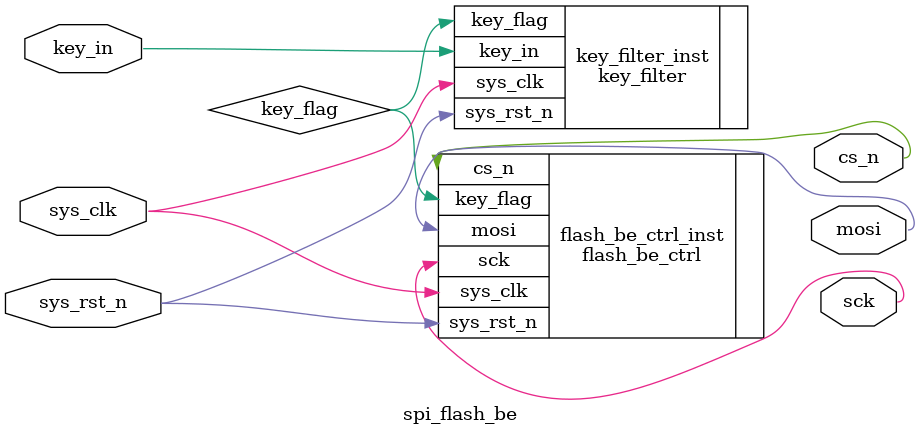
<source format=v>
module  spi_flash_be
(
    input   wire            sys_clk     ,
    input   wire            sys_rst_n   ,
    input   wire            key_in      ,
    
    output  wire            sck         ,
    output  wire            cs_n        ,
    output  wire            mosi        

);

wire    key_flag;

flash_be_ctrl   flash_be_ctrl_inst
(
    . sys_clk     (sys_clk  ),
    . sys_rst_n   (sys_rst_n),
    . key_flag    (key_flag ),
    
    . sck         (sck      ),
    . cs_n        (cs_n     ),
    . mosi        (mosi     )
);

key_filter
#(      .CNT_MAX(20'd999_999)
)
key_filter_inst
(
        .sys_clk     (sys_clk  ),
        .sys_rst_n   (sys_rst_n),
        .key_in      (key_in   ),
        
        .key_flag    (key_flag )
);


endmodule

</source>
